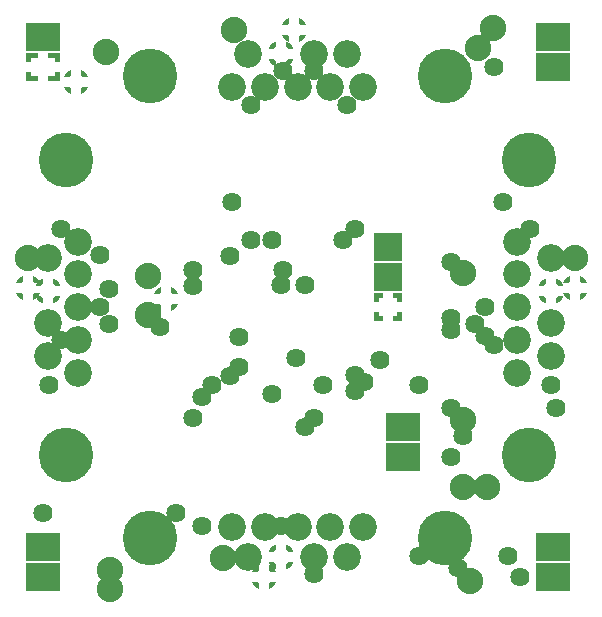
<source format=gbr>
%FSLAX14Y14*%
%MOIN*%
G04 EasyPC Gerber Version 18.0.1 Build 3581 *
%ADD100R,0.09200X0.09200*%
%ADD103C,0.06400*%
%ADD104C,0.08800*%
%ADD97C,0.09200*%
%AMT101*0 Thermal pad*4,1,6,0.03000,0.01600,0.03000,0.03000,0.01600,0.03000,0.01600,0.04600,0.04600,0.04600,0.04600,0.01600,0.03000,0.01600,0*4,1,6,-0.01600,0.03000,-0.03000,0.03000,-0.03000,0.01600,-0.04600,0.01600,-0.04600,0.04600,-0.01600,0.04600,-0.01600,0.03000,0*4,1,6,-0.03000,-0.01600,-0.03000,-0.03000,-0.01600,-0.03000,-0.01600,-0.04600,-0.04600,-0.04600,-0.04600,-0.01600,-0.03000,-0.01600,0*4,1,6,0.01600,-0.03000,0.03000,-0.03000,0.03000,-0.01600,0.04600,-0.01600,0.04600,-0.04600,0.01600,-0.04600,0.01600,-0.03000,0*%
%ADD101T101*%
%AMT105*0 Thermal pad*7,0,0,0.08800,0.05600,0.03200,0*%
%ADD105T105*%
%AMT98*0 Thermal pad*7,0,0,0.09200,0.06000,0.03200,0*%
%ADD98T98*%
%ADD99C,0.18200*%
%ADD107R,0.11200X0.09200*%
%AMT108*0 Thermal pad*4,1,6,-0.01600,0.03000,-0.04000,0.03000,-0.04000,0.01600,-0.05600,0.01600,-0.05600,0.04600,-0.01600,0.04600,-0.01600,0.03000,0*4,1,6,-0.04000,-0.01600,-0.04000,-0.03000,-0.01600,-0.03000,-0.01600,-0.04600,-0.05600,-0.04600,-0.05600,-0.01600,-0.04000,-0.01600,0*4,1,6,0.01600,-0.03000,0.04000,-0.03000,0.04000,-0.01600,0.05600,-0.01600,0.05600,-0.04600,0.01600,-0.04600,0.01600,-0.03000,0*4,1,6,0.04000,0.01600,0.04000,0.03000,0.01600,0.03000,0.01600,0.04600,0.05600,0.04600,0.05600,0.01600,0.04000,0.01600,0*%
%ADD108T108*%
X0Y0D02*
D02*
D97*
X1700Y8544D03*
Y9635D03*
Y11816D03*
X2700Y7999D03*
Y9089D03*
Y10180D03*
Y11271D03*
Y12361D03*
X7844Y2855D03*
Y17505D03*
X8389Y1855D03*
Y18620D03*
X8934Y2855D03*
Y17505D03*
X10025Y2855D03*
Y17505D03*
X10570Y1855D03*
Y18620D03*
X11116Y2855D03*
Y17505D03*
X11661Y1855D03*
Y18620D03*
X12206Y2855D03*
Y17505D03*
X17350Y7999D03*
Y9089D03*
Y10180D03*
Y11271D03*
Y12361D03*
X18465Y8544D03*
Y9635D03*
Y11816D03*
D02*
D98*
X1700Y10725D03*
X9480Y1855D03*
Y18620D03*
X18465Y10725D03*
D02*
D99*
X2315Y5260D03*
Y15100D03*
X5105Y2470D03*
Y17890D03*
X14945Y2470D03*
Y17890D03*
X17735Y5260D03*
Y15100D03*
D02*
D100*
X13025Y11180D03*
Y12180D03*
D02*
D101*
Y10180D03*
D02*
D103*
X1525Y3330D03*
X1725Y7580D03*
X2125Y9080D03*
Y12780D03*
X3425Y10180D03*
Y11930D03*
X3725Y9630D03*
Y10780D03*
X5425Y9530D03*
X5975Y3330D03*
X6525Y6480D03*
Y10880D03*
Y11430D03*
X6825Y2880D03*
Y7180D03*
X7175Y7580D03*
X7775Y7880D03*
Y11880D03*
X7825Y13680D03*
X8075Y8180D03*
Y9180D03*
X8475Y12430D03*
Y16930D03*
X9175Y7280D03*
Y12430D03*
X9475Y2880D03*
Y10930D03*
X9525Y11430D03*
Y18055D03*
X9975Y8480D03*
X10275Y6180D03*
Y10930D03*
X10570Y6480D03*
X10575Y1280D03*
Y18055D03*
X10875Y7580D03*
X11525Y12430D03*
X11675Y16930D03*
X11925Y7380D03*
Y7930D03*
Y12780D03*
X12225Y7680D03*
X12775Y8430D03*
X14075Y1880D03*
Y7580D03*
X15125Y5180D03*
Y6830D03*
Y9430D03*
Y9830D03*
Y11680D03*
X15375Y1480D03*
X15525Y5880D03*
X15925Y9630D03*
X16275Y9230D03*
Y10180D03*
X16575Y8930D03*
Y18180D03*
X16875Y13680D03*
X17025Y1880D03*
X17425Y1180D03*
X17775Y12780D03*
X18475Y7580D03*
X18625Y6830D03*
D02*
D104*
X1025Y11805D03*
X3650Y18680D03*
X3775Y780D03*
Y1430D03*
X5025Y9930D03*
Y11230D03*
X7525Y1805D03*
X7900Y19430D03*
X15525Y4180D03*
Y6430D03*
Y11330D03*
X15775Y1055D03*
X16025Y18805D03*
X16325Y4180D03*
X16525Y19480D03*
X19275Y11805D03*
D02*
D105*
X1025Y10805D03*
X2650Y17680D03*
X5650Y10435D03*
X8900Y1180D03*
X9900Y19430D03*
X19275Y10805D03*
D02*
D107*
X1525Y1180D03*
Y2180D03*
Y19180D03*
X13525Y5180D03*
Y6180D03*
X18525Y1180D03*
Y2180D03*
Y18180D03*
Y19180D03*
D02*
D108*
X1525Y18180D03*
X0Y0D02*
M02*

</source>
